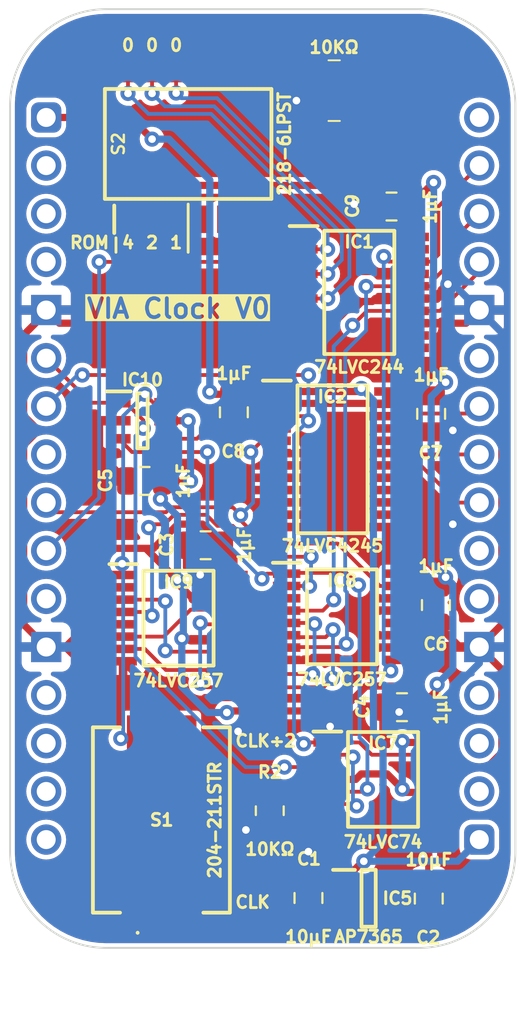
<source format=kicad_pcb>
(kicad_pcb (version 20221018) (generator pcbnew)
  (layers (0 "F.Cu" signal) (31 "B.Cu" signal) (34 "B.Paste" user) (36 "B.SilkS" user "B.Silkscreen") (37 "F.SilkS" user "F.Silkscreen") (38 "B.Mask" user) (39 "F.Mask" user) (44 "Edge.Cuts" user))
  (net 0 "")
  (net 6 "/~{Device ROM}")
  (net 17 "/ROM H2")
  (net 24 "/5V")
  (net 25 "/GND")
  (net 26 "/3.3V")
  (net 27 "/~{Reset}")
  (net 28 "/1~{Q}")
  (net 29 "/CLK")
  (net 30 "/CLK÷2")
  (net 31 "/Select CLK÷2")
  (net 32 "/VIA PHI2 _{OUT}")
  (net 33 "/ROM H1")
  (net 35 "/ROM H0")
  (net 39 "/H0")
  (net 40 "/H1")
  (net 41 "/H2")
  (net 42 "/VIA PHI2")
  (net 43 "/~{Device Registers}")
  (net 49 "/~{VIA Select} _{OUT}")
  (net 50 "/~{Reset} _{OUT}")
  (net 51 "/CLK÷2 Low H0")
  (net 52 "/CLK÷2 High H0")
  (net 53 "/CLK÷2 Low H1")
  (net 54 "/CLK÷2 High H1")
  (net 55 "/Select CLK÷2 High H0")
  (net 56 "/Select CLK H0")
  (net 57 "/Select CLK÷2 High H1")
  (net 58 "/Select CLK H1")
  (net 59 "/Select CLK÷2 Low H0")
  (net 60 "/Select CLK÷2 Low H1")
  (footprint "NetTie:NetTie-2_SMD_Pad0.5mm" (layer "F.Cu") (at 135.255 109.22)
    (fp_text reference "NT4" hide)
    (fp_text value "~" hide)
  )
  (footprint "SamacSys_Parts:SOP65P640X110-14N" (layer "F.Cu") (at 144.78 118.745)
    (fp_text reference "IC7")
    (fp_text value "74LVC74APW,118" hide)
  )
  (footprint "SamacSys_Parts:SOP65P640X110-20N" (layer "F.Cu") (at 143.527 93.05)
    (fp_text reference "IC1")
    (fp_text value "74LVC244APW,118" hide)
  )
  (footprint "NetTie:NetTie-2_SMD_Pad0.5mm" (layer "F.Cu") (at 135.128 111.379)
    (fp_text reference "NT3" hide)
    (fp_text value "~" hide)
  )
  (footprint "NetTie:NetTie-2_SMD_Pad0.5mm" (layer "F.Cu") (at 129.413 111.252)
    (fp_text reference "NT6" hide)
    (fp_text value "~" hide)
  )
  (footprint "SamacSys_Parts:C_0805" (layer "F.Cu") (at 147.57 109.53 180)
    (fp_text reference "C6")
    (fp_text value "1μF")
  )
  (footprint "SamacSys_Parts:SOT95P275X110-6N" (layer "F.Cu") (at 132.08 99.822)
    (fp_text reference "IC10")
    (fp_text value "74LVC1G157GV-Q100H" hide)
  )
  (footprint "SamacSys_Parts:C_0805" (layer "F.Cu") (at 132.207 102.997 90)
    (fp_text reference "C5")
    (fp_text value "1μF")
  )
  (footprint "SamacSys_Parts:R_0805" (layer "F.Cu") (at 138.811 120.396)
    (fp_text reference "R2")
    (fp_text value "10KΩ")
  )
  (footprint "SamacSys_Parts:C_0805" (layer "F.Cu") (at 145.243 88.519 90)
    (fp_text reference "C9")
    (fp_text value "1μF")
  )
  (footprint "SamacSys_Parts:C_0805" (layer "F.Cu") (at 147.193 125.018 180)
    (fp_text reference "C2")
    (fp_text value "10μF")
  )
  (footprint "SamacSys_Parts:C_0805" (layer "F.Cu") (at 147.32 99.441 180)
    (fp_text reference "C7")
    (fp_text value "1μF")
  )
  (footprint "SamacSys_Parts:DIP-32_Board_W22.86mm" (layer "F.Cu") (at 127 83.82)
    (fp_text reference "J3" hide)
    (fp_text value "Conn_02x16_Counter_Clockwise" hide)
    (fp_line (start -1.905 -0.635) (end -1.905 38.735) (stroke (width 0.1)) (layer "Edge.Cuts"))
    (fp_line (start 19.685 -5.715) (end 3.175 -5.715) (stroke (width 0.1)) (layer "Edge.Cuts"))
    (fp_line (start 19.685 43.815) (end 3.175 43.815) (stroke (width 0.1)) (layer "Edge.Cuts"))
    (fp_line (start 24.765 38.735) (end 24.765 -0.635) (stroke (width 0.1)) (layer "Edge.Cuts"))
    (fp_arc (start -1.905 -0.635) (mid -0.417102 -4.227102) (end 3.175 -5.715) (stroke (width 0.1)) (layer "Edge.Cuts"))
    (fp_arc (start 3.175 43.815) (mid -0.417102 42.327102) (end -1.905 38.735) (stroke (width 0.1)) (layer "Edge.Cuts"))
    (fp_arc (start 19.685 -5.715) (mid 23.277102 -4.227102) (end 24.765 -0.635) (stroke (width 0.1)) (layer "Edge.Cuts"))
    (fp_arc (start 24.765 38.735) (mid 23.277102 42.327102) (end 19.685 43.815) (stroke (width 0.1)) (layer "Edge.Cuts"))
  )
  (footprint "SamacSys_Parts:C_0805" (layer "F.Cu") (at 136.906 99.359 180)
    (fp_text reference "C8")
    (fp_text value "1μF")
  )
  (footprint "SamacSys_Parts:SOIC127P844X265-12N" (layer "F.Cu") (at 134.493 85.217 90)
    (fp_text reference "S2")
    (fp_text value "218-6LPST" hide)
  )
  (footprint "SamacSys_Parts:SOP65P640X110-24N" (layer "F.Cu") (at 142.113 101.854)
    (fp_text reference "IC2")
    (fp_text value "74LVC4245APW,118" hide)
  )
  (footprint "SamacSys_Parts:C_0805" (layer "F.Cu") (at 140.843 125.018)
    (fp_text reference "C1")
    (fp_text value "10μF")
  )
  (footprint "NetTie:NetTie-2_SMD_Pad0.5mm" (layer "F.Cu") (at 129.413 109.347)
    (fp_text reference "NT5" hide)
    (fp_text value "~" hide)
  )
  (footprint "SamacSys_Parts:C_0805" (layer "F.Cu") (at 135.431 106.39101 90)
    (fp_text reference "C3")
    (fp_text value "1μF")
  )
  (footprint "SamacSys_Parts:SOT95P285X130-5N" (layer "F.Cu") (at 144.018 125.018)
    (fp_text reference "IC5")
    (fp_text value "AP7365-33WG-7" hide)
  )
  (footprint "SamacSys_Parts:SOP65P640X110-16N" (layer "F.Cu") (at 133.985 110.236)
    (fp_text reference "IC9")
    (fp_text value "74LVC257APW,118" hide)
  )
  (footprint "SamacSys_Parts:C_0805" (layer "F.Cu") (at 145.796 114.935 90)
    (fp_text reference "C4")
    (fp_text value "1μF")
  )
  (footprint "SamacSys_Parts:SOP65P640X110-16N" (layer "F.Cu") (at 142.617 110.165)
    (fp_text reference "IC8")
    (fp_text value "74LVC257APW,118" hide)
  )
  (footprint "SamacSys_Parts:204211STR" (layer "F.Cu") (at 133.096 120.886)
    (fp_text reference "S1")
    (fp_text value "204-211STR" hide)
  )
  (footprint "NetTie:NetTie-2_SMD_Pad0.5mm" (layer "F.Cu") (at 129.413 110.49)
    (fp_text reference "NT2" hide)
    (fp_text value "~" hide)
  )
  (footprint "SamacSys_Parts:CAY16-J4" (layer "F.Cu") (at 142.23 82.404 180)
    (fp_text reference "RN1" hide)
    (fp_text value "CAY16-103J4LF" hide)
  )
  (footprint "NetTie:NetTie-2_SMD_Pad0.5mm" (layer "F.Cu") (at 129.413 108.585)
    (fp_text reference "NT1" hide)
    (fp_text value "~" hide)
  )
  (gr_line (start 134.493 90.932) (end 134.493 88.392) (stroke (width 0.15)) (layer "F.SilkS"))
  (gr_line (start 130.683 90.932) (end 130.683 90.17) (stroke (width 0.15)) (layer "F.SilkS"))
  (gr_text "CLK÷2" (at 136.906 116.713) (layer "F.SilkS") (effects (font (size 0.635 0.635)) (justify left)))
  (gr_text "2" (at 132.588 90.424) (layer "F.SilkS") (effects (font (size 0.635 0.635))))
  (gr_text "0" (at 131.318 80.01) (layer "F.SilkS") (effects (font (size 0.635 0.635))))
  (gr_text "1" (at 133.858 90.424) (layer "F.SilkS") (effects (font (size 0.635 0.635))))
  (gr_text "VIA Clock V0" (at 133.985 94.488) (layer "F.SilkS" knockout) (effects (font (size 1 1) (thickness 0.2) bold) (justify bottom)))
  (gr_text "0" (at 133.858 80.01) (layer "F.SilkS") (effects (font (size 0.635 0.635))))
  (gr_text "0" (at 132.588 80.01) (layer "F.SilkS") (effects (font (size 0.635 0.635))))
  (gr_text "4" (at 131.318 90.424) (layer "F.SilkS") (effects (font (size 0.635 0.635))))
  (gr_text "CLK" (at 136.906 125.222) (layer "F.SilkS") (effects (font (size 0.635 0.635)) (justify left)))
  (gr_text "ROM" (at 129.286 90.424) (layer "F.SilkS") (effects (font (size 0.635 0.635))))
  (segment (start 138.3365 91.44) (end 139.6515 90.125) (width 0.2) (layer "F.Cu") (net 6))
  (segment (start 129.794 91.44) (end 138.3365 91.44) (width 0.2) (layer "F.Cu") (net 6))
  (segment (start 139.6515 90.125) (end 140.589 90.125) (width 0.2) (layer "F.Cu") (net 6))
  (via (at 129.794 91.44) (size 0.8) (drill 0.4) (layers "F.Cu" "B.Cu") (net 6))
  (segment (start 129.794 103.886) (end 129.794 91.44) (width 0.2) (layer "B.Cu") (net 6))
  (segment (start 127 106.68) (end 129.794 103.886) (width 0.2) (layer "B.Cu") (net 6))
  (segment (start 141.85346 90.775) (end 141.853467 90.775007) (width 0.2) (layer "F.Cu") (net 17))
  (segment (start 131.318 80.391) (end 131.318 81.242) (width 0.2) (layer "F.Cu") (net 17))
  (segment (start 131.318 82.549994) (end 131.317994 82.55) (width 0.2) (layer "F.Cu") (net 17))
  (segment (start 143.701 82.804) (end 144.201 82.304) (width 0.2) (layer "F.Cu") (net 17))
  (segment (start 144.201 82.304) (end 144.201 80.513315) (width 0.2) (layer "F.Cu") (net 17))
  (segment (start 142.643686 78.956001) (end 132.752999 78.956001) (width 0.2) (layer "F.Cu") (net 17))
  (segment (start 140.589 90.775) (end 141.85346 90.775) (width 0.2) (layer "F.Cu") (net 17))
  (segment (start 144.201 80.513315) (end 142.643686 78.956001) (width 0.2) (layer "F.Cu") (net 17))
  (segment (start 132.752999 78.956001) (end 131.318 80.391) (width 0.2) (layer "F.Cu") (net 17))
  (segment (start 143.051 82.804) (end 143.701 82.804) (width 0.2) (layer "F.Cu") (net 17))
  (segment (start 131.318 81.242) (end 131.318 82.549994) (width 0.2) (layer "F.Cu") (net 17))
  (via (at 141.853467 90.775007) (size 0.8) (drill 0.4) (layers "F.Cu" "B.Cu") (net 17))
  (via (at 131.317994 82.55) (size 0.8) (drill 0.4) (layers "F.Cu" "B.Cu") (net 17))
  (segment (start 132.398994 83.631) (end 131.317994 82.55) (width 0.2) (layer "B.Cu") (net 17))
  (segment (start 141.853467 89.783467) (end 135.701 83.631) (width 0.2) (layer "B.Cu") (net 17))
  (segment (start 141.853467 90.775007) (end 141.853467 89.783467) (width 0.2) (layer "B.Cu") (net 17))
  (segment (start 135.701 83.631) (end 132.398994 83.631) (width 0.2) (layer "B.Cu") (net 17))
  (segment (start 142.718 125.968) (end 140.859 125.968) (width 0.38) (layer "F.Cu") (net 24))
  (segment (start 143.723008 123.062992) (end 143.764 123.062992) (width 0.38) (layer "F.Cu") (net 24))
  (segment (start 142.718 124.068) (end 143.673 124.068) (width 0.38) (layer "F.Cu") (net 24))
  (segment (start 143.673 124.068) (end 143.683 124.078) (width 0.38) (layer "F.Cu") (net 24))
  (segment (start 143.473 98.279) (end 143.637 98.115) (width 0.38) (layer "F.Cu") (net 24))
  (segment (start 137.052 98.279) (end 139.175 98.279) (width 0.38) (layer "F.Cu") (net 24))
  (segment (start 127 83.82) (end 131.445 83.82) (width 0.38) (layer "F.Cu") (net 24))
  (segment (start 135.763 98.425) (end 135.636 98.298) (width 0.38) (layer "F.Cu") (net 24))
  (segment (start 142.718 124.068) (end 143.723008 123.062992) (width 0.38) (layer "F.Cu") (net 24))
  (segment (start 131.445 83.82) (end 132.588 84.963) (width 0.38) (layer "F.Cu") (net 24))
  (segment (start 139.175 98.279) (end 143.473 98.279) (width 0.38) (layer "F.Cu") (net 24))
  (segment (start 143.423 125.968) (end 142.718 125.968) (width 0.38) (layer "F.Cu") (net 24))
  (segment (start 136.906 98.425) (end 135.763 98.425) (width 0.38) (layer "F.Cu") (net 24))
  (segment (start 143.683 125.708) (end 143.423 125.968) (width 0.38) (layer "F.Cu") (net 24))
  (segment (start 143.683 124.078) (end 143.683 125.708) (width 0.38) (layer "F.Cu") (net 24))
  (via (at 132.588 84.963) (size 0.8) (drill 0.4) (layers "F.Cu" "B.Cu") (net 24))
  (via (at 143.637 98.115) (size 0.8) (drill 0.4) (layers "F.Cu" "B.Cu") (net 24))
  (via (at 143.764 123.062992) (size 0.8) (drill 0.4) (layers "F.Cu" "B.Cu") (net 24))
  (via (at 135.636 98.298) (size 0.8) (drill 0.4) (layers "F.Cu" "B.Cu") (net 24))
  (segment (start 143.764008 123.063) (end 143.764 123.062992) (width 0.38) (layer "B.Cu") (net 24))
  (segment (start 135.636 87.122) (end 133.477 84.963) (width 0.38) (layer "B.Cu") (net 24))
  (segment (start 144.272 116.332) (end 144.272 98.75) (width 0.38) (layer "B.Cu") (net 24))
  (segment (start 149.86 121.92) (end 148.717 123.063) (width 0.38) (layer "B.Cu") (net 24))
  (segment (start 148.717 123.063) (end 143.764008 123.063) (width 0.38) (layer "B.Cu") (net 24))
  (segment (start 144.272 98.75) (end 143.637 98.115) (width 0.38) (layer "B.Cu") (net 24))
  (segment (start 143.764 123.062992) (end 144.78 122.046992) (width 0.38) (layer "B.Cu") (net 24))
  (segment (start 144.78 116.84) (end 144.272 116.332) (width 0.38) (layer "B.Cu") (net 24))
  (segment (start 135.636 98.298) (end 135.636 87.122) (width 0.38) (layer "B.Cu") (net 24))
  (segment (start 133.477 84.963) (end 132.588 84.963) (width 0.38) (layer "B.Cu") (net 24))
  (segment (start 144.78 122.046992) (end 144.78 116.84) (width 0.38) (layer "B.Cu") (net 24))
  (segment (start 145.542 109.84) (end 146.914 109.84) (width 0.38) (layer "F.Cu") (net 25))
  (segment (start 147.44305 93.375) (end 148.201462 92.616588) (width 0.38) (layer "F.Cu") (net 25))
  (segment (start 144.405249 111.79) (end 145.542 111.79) (width 0.38) (layer "F.Cu") (net 25))
  (segment (start 140.596848 112.394257) (end 142.748 112.394257) (width 0.38) (layer "F.Cu") (net 25))
  (segment (start 143.891 114.935) (end 142.875006 115.950994) (width 0.38) (layer "F.Cu") (net 25))
  (segment (start 140.334996 82.804) (end 140.207996 82.931) (width 0.38) (layer "F.Cu") (net 25))
  (segment (start 128.524 111.252) (end 128.523 111.251) (width 0.38) (layer "F.Cu") (net 25))
  (segment (start 139.175 105.429) (end 139.175 104.779) (width 0.38) (layer "F.Cu") (net 25))
  (segment (start 145.051 105.429) (end 148.317 105.429) (width 0.38) (layer "F.Cu") (net 25))
  (segment (start 129.825 99.822) (end 129.815 99.832) (width 0.38) (layer "F.Cu") (net 25))
  (segment (start 145.3725 94.675) (end 146.465 94.675) (width 0.38) (layer "F.Cu") (net 25))
  (segment (start 143.800992 112.394257) (end 144.405249 111.79) (width 0.38) (layer "F.Cu") (net 25))
  (segment (start 145.051 105.429) (end 143.764 105.429) (width 0.38) (layer "F.Cu") (net 25))
  (segment (start 130.83 99.822) (end 128.905 99.822) (width 0.38) (layer "F.Cu") (net 25))
  (segment (start 147.718 118.095) (end 150.287915 118.095) (width 0.38) (layer "F.Cu") (net 25))
  (segment (start 128.651 110.49) (end 128.523 110.362) (width 0.38) (layer "F.Cu") (net 25))
  (segment (start 146.465 94.675) (end 149.165 94.675) (width 0.38) (layer "F.Cu") (net 25))
  (segment (start 143.129 91.948) (end 143.129 91.313) (width 0.38) (layer "F.Cu") (net 25))
  (segment (start 147.193 125.984) (end 146.335 126.842) (width 0.38) (layer "F.Cu") (net 25))
  (segment (start 147.32 100.407) (end 148.385988 100.407) (width 0.38) (layer "F.Cu") (net 25))
  (segment (start 144.277 88.519) (end 143.383 88.519) (width 0.38) (layer "F.Cu") (net 25))
  (segment (start 143.002 92.075) (end 143.129 91.948) (width 0.38) (layer "F.Cu") (net 25))
  (segment (start 146.914 109.84) (end 147.57 110.496) (width 0.38) (layer "F.Cu") (net 25))
  (segment (start 145.6305 115.189) (end 145.084 115.189) (width 0.38) (layer "F.Cu") (net 25))
  (segment (start 138.069837 104.491958) (end 138.069837 104.543727) (width 0.38) (layer "F.Cu") (net 25))
  (segment (start 148.317 105.429) (end 148.462988 105.283012) (width 0.38) (layer "F.Cu") (net 25))
  (segment (start 141.351 82.804) (end 140.334996 82.804) (width 0.38) (layer "F.Cu") (net 25))
  (segment (start 127 111.76) (end 125.81 110.57) (width 0.38) (layer "F.Cu") (net 25))
  (segment (start 135.00843 114.808) (end 133.357 114.808) (width 0.38) (layer "F.Cu") (net 25))
  (segment (start 128.524 109.474) (end 128.524 109.347) (width 0.38) (layer "F.Cu") (net 25))
  (segment (start 144.0725 95.975) (end 145.3725 94.675) (width 0.38) (layer "F.Cu") (net 25))
  (segment (start 140.589 95.975) (end 140.589 95.325) (width 0.38) (layer "F.Cu") (net 25))
  (segment (start 127.695 94.675) (end 127 93.98) (width 0.38) (layer "F.Cu") (net 25))
  (segment (start 148.834 111.76) (end 147.57 110.496) (width 0.38) (layer "F.Cu") (net 25))
  (segment (start 128.016 111.76) (end 128.767 112.511) (width 0.38) (layer "F.Cu") (net 25))
  (segment (start 145.3475 92.075) (end 146.465 92.075) (width 0.38) (layer "F.Cu") (net 25))
  (segment (start 136.043 108.611) (end 136.91 108.611) (width 0.38) (layer "F.Cu") (net 25))
  (segment (start 125.81 110.57) (end 125.81 101.107085) (width 0.38) (layer "F.Cu") (net 25))
  (segment (start 141.842 121.556) (end 140.843 122.555) (width 0.38) (layer "F.Cu") (net 25))
  (segment (start 143.312 93.528) (end 143.002 93.218) (width 0.38) (layer "F.Cu") (net 25))
  (segment (start 142.295893 114.427) (end 135.38943 114.427) (width 0.38) (layer "F.Cu") (net 25))
  (segment (start 138.069837 104.543727) (end 138.30511 104.779) (width 0.38) (layer "F.Cu") (net 25))
  (segment (start 126.587085 100.33) (end 125.81 99.552915) (width 0.38) (layer "F.Cu") (net 25))
  (segment (start 138.30511 104.779) (end 139.175 104.779) (width 0.38) (layer "F.Cu") (net 25))
  (segment (start 148.385988 100.407) (end 148.462988 100.33) (width 0.38) (layer "F.Cu") (net 25))
  (segment (start 128.524 111.252) (end 128.016 111.76) (width 0.38) (layer "F.Cu") (net 25))
  (segment (start 143.764 105.429) (end 139.175 105.429) (width 0.38) (layer "F.Cu") (net 25))
  (segment (start 142.748 112.394257) (end 142.928117 112.574374) (width 0.38) (layer "F.Cu") (net 25))
  (segment (start 128.397 100.33) (end 126.587085 100.33) (width 0.38) (layer "F.Cu") (net 25))
  (segment (start 140.102903 126.842) (end 139.7 126.439097) (width 0.38) (layer "F.Cu") (net 25))
  (segment (start 128.767 112.511) (end 131.06 112.511) (width 0.38) (layer "F.Cu") (net 25))
  (segment (start 149.165 94.675) (end 149.86 93.98) (width 0.38) (layer "F.Cu") (net 25))
  (segment (start 129.815 101.571) (end 131.241 102.997) (width 0.38) (layer "F.Cu") (net 25))
  (segment (start 125.81 99.552915) (end 125.81 95.297) (width 0.38) (layer "F.Cu") (net 25))
  (segment (start 145.2205 91.948) (end 145.3475 92.075) (width 0.38) (layer "F.Cu") (net 25))
  (segment (start 141.986006 115.950994) (end 137.388999 115.950994) (width 0.38) (layer "F.Cu") (net 25))
  (segment (start 139.692 112.44) (end 140.551105 112.44) (width 0.38) (layer "F.Cu") (net 25))
  (segment (start 140.589 94.675) (end 127.695 94.675) (width 0.38) (layer "F.Cu") (net 25))
  (segment (start 142.928117 112.574374) (end 142.928117 113.794776) (width 0.38) (layer "F.Cu") (net 25))
  (segment (start 142.165 94.675) (end 143.312 93.528) (width 0.38) (layer "F.Cu") (net 25))
  (segment (start 128.524 109.347) (end 128.913 109.347) (width 0.38) (layer "F.Cu") (net 25))
  (segment (start 141.351 82.004) (end 141.351 81.204) (width 0.38) (layer "F.Cu") (net 25))
  (segment (start 136.411928 116.211498) (end 135.00843 114.808) (width 0.38) (layer "F.Cu") (net 25))
  (segment (start 133.357 114.808) (end 131.06 112.511) (width 0.38) (layer "F.Cu") (net 25))
  (segment (start 151.05 117.332915) (end 151.05 115.49) (width 0.38) (layer "F.Cu") (net 25))
  (segment (start 145.051 99.579) (end 143.9335 99.579) (width 0.38) (layer "F.Cu") (net 25))
  (segment (start 135.38943 114.427) (end 135.00843 114.808) (width 0.38) (layer "F.Cu") (net 25))
  (segment (start 151.05 112.95) (end 151.05 115.49) (width 0.38) (layer "F.Cu") (net 25))
  (segment (start 146.276 111.79) (end 145.542 111.79) (width 0.38) (layer "F.Cu") (net 25))
  (segment (start 149.86 111.76) (end 151.05 112.95) (width 0.38) (layer "F.Cu") (net 25))
  (segment (start 146.465 93.375) (end 147.44305 93.375) (width 0.38) (layer "F.Cu") (net 25))
  (segment (start 140.843 124.052) (end 140.843 122.555) (width 0.38) (layer "F.Cu") (net 25))
  (segment (start 140.589 95.975) (end 144.0725 95.975) (width 0.38) (layer "F.Cu") (net 25))
  (segment (start 135.128 107.95) (end 135.382 107.95) (width 0.38) (layer "F.Cu") (net 25))
  (segment (start 134.465 106.39101) (end 134.465 107.271) (width 0.38) (layer "F.Cu") (net 25))
  (segment (start 144.365244 93.375) (end 144.212244 93.528) (width 0.38) (layer "F.Cu") (net 25))
  (segment (start 140.589 94.675) (end 142.165 94.675) (width 0.38) (layer "F.Cu") (net 25))
  (segment (start 125.81 101.107085) (end 126.587085 100.33) (width 0.38) (layer "F.Cu") (net 25))
  (segment (start 143.129 91.948) (end 145.2205 91.948) (width 0.38) (layer "F.Cu") (net 25))
  (segment (start 143.002 93.218) (end 143.002 92.075) (width 0.38) (layer "F.Cu") (net 25))
  (segment (start 142.928117 113.794776) (end 142.295893 114.427) (width 0.38) (layer "F.Cu") (net 25))
  (segment (start 146.335 126.842) (end 140.102903 126.842) (width 0.38) (layer "F.Cu") (net 25))
  (segment (start 149.86 111.76) (end 148.834 111.76) (width 0.38) (layer "F.Cu") (net 25))
  (segment (start 135.382 107.95) (end 136.043 108.611) (width 0.38) (layer "F.Cu") (net 25))
  (segment (start 143.129 91.313) (end 144.277 90.165) (width 0.38) (layer "F.Cu") (net 25))
  (segment (start 128.523 111.251) (end 128.523 110.49) (width 0.38) (layer "F.Cu") (net 25))
  (segment (start 140.551105 112.44) (end 140.596848 112.394257) (width 0.38) (layer "F.Cu") (net 25))
  (segment (start 128.913 110.49) (end 128.651 110.49) (width 0.38) (layer "F.Cu") (net 25))
  (segment (start 147.57 110.496) (end 146.276 111.79) (width 0.38) (layer "F.Cu") (net 25))
  (segment (start 139.7 126.439097) (end 139.7 125.195) (width 0.38) (layer "F.Cu") (net 25))
  (segment (start 143.9335 99.579) (end 143.764 99.7485) (width 0.38) (layer "F.Cu") (net 25))
  (segment (start 144.212244 93.528) (end 143.312 93.528) (width 0.38) (layer "F.Cu") (net 25))
  (segment (start 142.875006 115.950994) (end 141.986006 115.950994) (width 0.38) (layer "F.Cu") (net 25))
  (segment (start 137.388999 115.950994) (end 137.128495 116.211498) (width 0.38) (layer "F.Cu") (net 25))
  (segment (start 128.016 111.76) (end 127 111.76) (width 0.38) (layer "F.Cu") (net 25))
  (segment (start 142.748 112.394257) (end 143.800992 112.394257) (width 0.38) (layer "F.Cu") (net 25))
  (segment (start 150.287915 118.095) (end 151.05 117.332915) (width 0.38) (layer "F.Cu") (net 25))
  (segment (start 149.86 93.98) (end 151.05 95.17) (width 0.38) (layer "F.Cu") (net 25))
  (segment (start 139.7 125.195) (end 140.843 124.052) (width 0.38) (layer "F.Cu") (net 25))
  (segment (start 141.842 120.695) (end 141.842 121.556) (width 0.38) (layer "F.Cu") (net 25))
  (segment (start 147.718 118.095) (end 147.718 118.745) (width 0.38) (layer "F.Cu") (net 25))
  (segment (start 140.589 95.325) (end 140.589 94.675) (width 0.38) (layer "F.Cu") (net 25))
  (segment (start 144.83 114.935) (end 143.891 114.935) (width 0.38) (layer "F.Cu") (net 25))
  (segment (start 137.005 100.424) (end 137.005 103.427121) (width 0.38) (layer "F.Cu") (net 25))
  (segment (start 143.764 99.7485) (end 143.764 105.429) (width 0.38) (layer "F.Cu") (net 25))
  (segment (start 144.277 90.165) (end 144.277 88.519) (width 0.38) (layer "F.Cu") (net 25))
  (segment (start 137.541 121.412) (end 138.6975 121.412) (width 0.38) (layer "F.Cu") (net 25))
  (segment (start 135.128 107.934) (end 135.128 107.95) (width 0.38) (layer "F.Cu") (net 25))
  (segment (start 146.465 93.375) (end 144.365244 93.375) (width 0.38) (layer "F.Cu") (net 25))
  (segment (start 128.913 111.252) (end 128.524 111.252) (width 0.38) (layer "F.Cu") (net 25))
  (segment (start 143.383 88.519) (end 143.256 88.392) (width 0.38) (layer "F.Cu") (net 25))
  (segment (start 151.05 95.17) (end 151.05 110.57) (width 0.38) (layer "F.Cu") (net 25))
  (segment (start 129.815 99.832) (end 129.815 101.571) (width 0.38) (layer "F.Cu") (net 25))
  (segment (start 130.83 99.822) (end 129.825 99.822) (width 0.38) (layer "F.Cu") (net 25))
  (segment (start 141.809 125.018) (end 140.843 124.052) (width 0.38) (layer "F.Cu") (net 25))
  (segment (start 151.05 110.57) (end 149.86 111.76) (width 0.38) (layer "F.Cu") (net 25))
  (segment (start 128.523 110.362) (end 128.523 109.474) (width 0.38) (layer "F.Cu") (net 25))
  (segment (start 137.005 103.427121) (end 138.069837 104.491958) (width 0.38) (layer "F.Cu") (net 25))
  (segment (start 141.351 82.804) (end 141.351 82.004) (width 0.38) (layer "F.Cu") (net 25))
  (segment (start 128.523 110.49) (end 128.523 110.362) (width 0.38) (layer "F.Cu") (net 25))
  (segment (start 142.718 125.018) (end 141.809 125.018) (width 0.38) (layer "F.Cu") (net 25))
  (segment (start 125.81 95.297) (end 127 94.107) (width 0.38) (layer "F.Cu") (net 25))
  (segment (start 137.128495 116.211498) (end 136.411928 116.211498) (width 0.38) (layer "F.Cu") (net 25))
  (segment (start 134.465 107.271) (end 135.128 107.934) (width 0.38) (layer "F.Cu") (net 25))
  (segment (start 145.542 109.84) (end 145.542 109.19) (width 0.38) (layer "F.Cu") (net 25))
  (segment (start 128.905 99.822) (end 128.397 100.33) (width 0.38) (layer "F.Cu") (net 25))
  (via (at 145.6305 115.189) (size 0.8) (drill 0.4) (layers "F.Cu" "B.Cu") (net 25))
  (via (at 143.256 88.392) (size 0.8) (drill 0.4) (layers "F.Cu" "B.Cu") (net 25))
  (via (at 148.201462 92.616588) (size 0.8) (drill 0.4) (layers "F.Cu" "B.Cu") (net 25))
  (via (at 140.843 122.555) (size 0.8) (drill 0.4) (layers "F.Cu" "B.Cu") (net 25))
  (via (at 141.986006 115.950994) (size 0.8) (drill 0.4) (layers "F.Cu" "B.Cu") (net 25))
  (via (at 140.207996 82.931) (size 0.8) (drill 0.4) (layers "F.Cu" "B.Cu") (net 25))
  (via (at 137.128495 116.211498) (size 0.8) (drill 0.4) (layers "F.Cu" "B.Cu") (net 25))
  (via (at 137.541 121.412) (size 0.8) (drill 0.4) (layers "F.Cu" "B.Cu") (net 25))
  (via (at 135.128 107.95) (size 0.8) (drill 0.4) (layers "F.Cu" "B.Cu") (net 25))
  (via (at 148.462988 100.33) (size 0.8) (drill 0.4) (layers "F.Cu" "B.Cu") (net 25))
  (via (at 148.462988 105.283012) (size 0.8) (drill 0.4) (layers "F.Cu" "B.Cu") (net 25))
  (segment (start 148.462988 100.33) (end 148.462988 105.283012) (width 0.38) (layer "B.Cu") (net 25))
  (segment (start 135.128 107.95) (end 137.349252 110.171252) (width 0.38) (layer "B.Cu") (net 25))
  (segment (start 151.05 99.552915) (end 150.272915 100.33) (width 0.38) (layer "B.Cu") (net 25))
  (segment (start 140.843 122.555) (end 142.367 121.031) (width 0.38) (layer "B.Cu") (net 25))
  (segment (start 148.496588 92.616588) (end 148.201462 92.616588) (width 0.38) (layer "B.Cu") (net 25))
  (segment (start 138.684 122.555) (end 137.541 121.412) (width 0.38) (layer "B.Cu") (net 25))
  (segment (start 142.367 116.331988) (end 141.986006 115.950994) (width 0.38) (layer "B.Cu") (net 25))
  (segment (start 147.288085 115.189) (end 149.86 112.617085) (width 0.38) (layer "B.Cu") (net 25))
  (segment (start 142.367 121.031) (end 142.367 116.331988) (width 0.38) (layer "B.Cu") (net 25))
  (segment (start 149.86 112.617085) (end 149.86 111.76) (width 0.38) (layer "B.Cu") (net 25))
  (segment (start 137.349252 110.171252) (end 137.349252 115.990741) (width 0.38) (layer "B.Cu") (net 25))
  (segment (start 140.207996 85.343996) (end 140.207996 82.931) (width 0.38) (layer "B.Cu") (net 25))
  (segment (start 145.6305 115.189) (end 147.288085 115.189) (width 0.38) (layer "B.Cu") (net 25))
  (segment (start 143.256 88.392) (end 140.207996 85.343996) (width 0.38) (layer "B.Cu") (net 25))
  (segment (start 140.843 122.555) (end 138.684 122.555) (width 0.38) (layer "B.Cu") (net 25))
  (segment (start 150.272915 100.33) (end 148.462988 100.33) (width 0.38) (layer "B.Cu") (net 25))
  (segment (start 151.05 95.17) (end 151.05 99.552915) (width 0.38) (layer "B.Cu") (net 25))
  (segment (start 149.86 93.98) (end 148.496588 92.616588) (width 0.38) (layer "B.Cu") (net 25))
  (segment (start 149.86 93.98) (end 151.05 95.17) (width 0.38) (layer "B.Cu") (net 25))
  (segment (start 137.349252 115.990741) (end 137.128495 116.211498) (width 0.38) (layer "B.Cu") (net 25))
  (segment (start 134.628 111.379) (end 134.231596 111.379) (width 0.38) (layer "F.Cu") (net 26))
  (segment (start 147.193 124.084) (end 147.193 122.174) (width 0.38) (layer "F.Cu") (net 26))
  (segment (start 144.999599 118.456599) (end 145.796 119.253) (width 0.38) (layer "F.Cu") (net 26))
  (segment (start 143.339636 118.745) (end 143.628037 118.456599) (width 0.38) (layer "F.Cu") (net 26))
  (segment (start 128.913 108.585) (end 128.913 107.688) (width 0.38) (layer "F.Cu") (net 26))
  (segment (start 146.6255 119.395) (end 147.718 119.395) (width 0.38) (layer "F.Cu") (net 26))
  (segment (start 134.231596 111.379) (end 134.15863 111.306034) (width 0.38) (layer "F.Cu") (net 26))
  (segment (start 146.5905 119.43) (end 145.973 119.43) (width 0.38) (layer "F.Cu") (net 26))
  (segment (start 133.141 102.997) (end 133.141 103.836312) (width 0.38) (layer "F.Cu") (net 26))
  (segment (start 145.973 119.43) (end 145.796 119.253) (width 0.38) (layer "F.Cu") (net 26))
  (segment (start 133.141 102.997) (end 134.62 102.997) (width 0.38) (layer "F.Cu") (net 26))
  (segment (start 146.465 90.125) (end 146.465 90.775) (width 0.38) (layer "F.Cu") (net 26))
  (segment (start 139.891 121.856) (end 136.561 125.186) (width 0.38) (layer "F.Cu") (net 26))
  (segment (start 140.7245 118.745) (end 139.891 119.5785) (width 0.38) (layer "F.Cu") (net 26))
  (segment (start 130.048 106.553) (end 132.252232 106.553) (width 0.38) (layer "F.Cu") (net 26))
  (segment (start 147.57 108.596) (end 148.082 108.084) (width 0.38) (layer "F.Cu") (net 26))
  (segment (start 135.25 105.27601) (end 133.949903 105.27601) (width 0.38) (layer "F.Cu") (net 26))
  (segment (start 146.177 88.519) (end 145.062 87.404) (width 0.38) (layer "F.Cu") (net 26))
  (segment (start 147.32 98.507) (end 148.036996 97.790004) (width 0.38) (layer "F.Cu") (net 26))
  (segment (start 146.177 88.519) (end 147.447 87.249) (width 0.38) (layer "F.Cu") (net 26))
  (segment (start 141.842 118.745) (end 140.7245 118.745) (width 0.38) (layer "F.Cu") (net 26))
  (segment (start 146.539 98.279) (end 145.051 98.279) (width 0.38) (layer "F.Cu") (net 26))
  (segment (start 146.864 107.89) (end 145.542 107.89) (width 0.38) (layer "F.Cu") (net 26))
  (segment (start 133.93029 108.39529) (end 133.93029 108.231058) (width 0.38) (layer "F.Cu") (net 26))
  (segment (start 139.199 98.905) (end 145.027 98.905) (width 0.38) (layer "F.Cu") (net 26))
  (segment (start 131.826 125.186) (end 134.366 125.186) (width 0.38) (layer "F.Cu") (net 26))
  (segment (start 128.913 107.688) (end 130.048 106.553) (width 0.38) (layer "F.Cu") (net 26))
  (segment (start 146.73 115.488) (end 147.718 116.476) (width 0.38) (layer "F.Cu") (net 26))
  (segment (start 146.767 98.507) (end 146.539 98.279) (width 0.38) (layer "F.Cu") (net 26))
  (segment (start 148.036996 97.790004) (end 148.081996 97.790004) (width 0.38) (layer "F.Cu") (net 26))
  (segment (start 132.672913 106.553) (end 132.252232 106.553) (width 0.38) (layer "F.Cu") (net 26))
  (segment (start 136.617656 115.134003) (end 136.534659 115.217) (width 0.38) (layer "F.Cu") (net 26))
  (segment (start 139.891 119.5785) (end 139.891 121.856) (width 0.38) (layer "F.Cu") (net 26))
  (segment (start 134.541 87.404) (end 133.858 88.087) (width 0.38) (layer "F.Cu") (net 26))
  (segment (start 133.949903 105.27601) (end 132.672913 106.553) (width 0.38) (layer "F.Cu") (net 26))
  (segment (start 132.588 89.192) (end 133.858 89.192) (width 0.38) (layer "F.Cu") (net 26))
  (segment (start 147.32 98.507) (end 146.767 98.507) (width 0.38) (layer "F.Cu") (net 26))
  (segment (start 147.193 122.174) (end 146.5905 121.5715) (width 0.38) (layer "F.Cu") (net 26))
  (segment (start 146.73 114.935) (end 147.634428 114.030572) (width 0.38) (layer "F.Cu") (net 26))
  (segment (start 146.73 114.935) (end 146.73 115.488) (width 0.38) (layer "F.Cu") (net 26))
  (segment (start 146.5905 121.5715) (end 146.5905 119.43) (width 0.38) (layer "F.Cu") (net 26))
  (segment (start 147.718 116.795) (end 145.846 116.795) (width 0.38) (layer "F.Cu") (net 26))
  (segment (start 143.628037 118.456599) (end 144.999599 118.456599) (width 0.38) (layer "F.Cu") (net 26))
  (segment (start 136.365 106.39101) (end 135.25 105.27601) (width 0.38) (layer "F.Cu") (net 26))
  (segment (start 146.177 88.519) (end 146.177 89.837) (width 0.38) (layer "F.Cu") (net 26))
  (segment (start 141.842 118.745) (end 143.339636 118.745) (width 0.38) (layer "F.Cu") (net 26))
  (segment (start 143.892122 113.82) (end 142.578119 115.134003) (width 0.38) (layer "F.Cu") (net 26))
  (segment (start 145.615 113.82) (end 143.892122 113.82) (width 0.38) (layer "F.Cu") (net 26))
  (segment (start 146.177 89.837) (end 146.465 90.125) (width 0.38) (layer "F.Cu") (net 26))
  (segment (start 132.252232 106.553) (end 133.93029 108.231058) (width 0.38) (layer "F.Cu") (net 26))
  (segment (start 133.858 88.087) (end 133.858 89.192) (width 0.38) (layer "F.Cu") (net 26))
  (segment (start 147.57 108.596) (end 146.864 107.89) (width 0.38) (layer "F.Cu") (net 26))
  (segment (start 131.318 89.192) (end 132.588 89.192) (width 0.38) (layer "F.Cu") (net 26))
  (segment (start 134.755 109.22) (end 133.93029 108.39529) (width 0.38) (layer "F.Cu") (net 26))
  (segment (start 145.846 116.795) (end 145.796 116.745) (width 0.38) (layer "F.Cu") (net 26))
  (segment (start 136.91 107.961) (end 136.91 106.93601) (width 0.38) (layer "F.Cu") (net 26))
  (segment (start 147.718 116.476) (end 147.718 116.795) (width 0.38) (layer "F.Cu") (net 26))
  (segment (start 145.318 124.068) (end 147.177 124.068) (width 0.38) (layer "F.Cu") (net 26))
  (segment (start 142.578119 115.134003) (end 136.617656 115.134003) (width 0.38) (layer "F.Cu") (net 26))
  (segment (start 148.082 108.084) (end 148.082 108.077) (width 0.38) (layer "F.Cu") (net 26))
  (segment (start 136.561 125.186) (end 134.366 125.186) (width 0.38) (layer "F.Cu") (net 26))
  (segment (start 145.051 98.279) (end 145.051 98.929) (width 0.38) (layer "F.Cu") (net 26))
  (segment (start 146.73 114.935) (end 145.615 113.82) (width 0.38) (layer "F.Cu") (net 26))
  (segment (start 136.91 106.93601) (end 136.365 106.39101) (width 0.38) (layer "F.Cu") (net 26))
  (segment (start 146.5905 119.43) (end 146.6255 119.395) (width 0.38) (layer "F.Cu") (net 26))
  (segment (start 134.493 99.822) (end 133.33 99.822) (width 0.38) (layer "F.Cu") (net 26))
  (segment (start 145.062 87.404) (end 134.541 87.404) (width 0.38) (layer "F.Cu") (net 26))
  (segment (start 147.634428 114.030572) (end 147.634428 113.725428) (width 0.38) (layer "F.Cu") (net 26))
  (segment (start 133.141 103.836312) (end 133.030157 103.947155) (width 0.38) (layer "F.Cu") (net 26))
  (via (at 134.15863 111.306034) (size 0.8) (drill 0.4) (layers "F.Cu" "B.Cu") (net 26))
  (via (at 145.796 119.253) (size 0.8) (drill 0.4) (layers "F.Cu" "B.Cu") (net 26))
  (via (at 136.534659 115.217) (size 0.8) (drill 0.4) (layers "F.Cu" "B.Cu") (net 26))
  (via (at 133.93029 108.231058) (size 0.8) (drill 0.4) (layers "F.Cu" "B.Cu") (net 26))
  (via (at 147.447 87.249) (size 0.8) (drill 0.4) (layers "F.Cu" "B.Cu") (net 26))
  (via (at 134.62 102.997) (size 0.8) (drill 0.4) (layers "F.Cu" "B.Cu") (net 26))
  (via (at 145.796 116.745) (size 0.8) (drill 0.4) (layers "F.Cu" "B.Cu") (net 26))
  (via (at 148.082 108.077) (size 0.8) (drill 0.4) (layers "F.Cu" "B.Cu") (net 26))
  (via (at 148.081996 97.790004) (size 0.8) (drill 0.4) (layers "F.Cu" "B.Cu") (net 26))
  (via (at 134.493 99.822) (size 0.8) (drill 0.4) (layers "F.Cu" "B.Cu") (net 26))
  (via (at 133.030157 103.947155) (size 0.8) (drill 0.4) (layers "F.Cu" "B.Cu") (net 26))
  (via (at 147.634428 113.725428) (size 0.8) (drill 0.4) (layers "F.Cu" "B.Cu") (net 26))
  (segment (start 134.239 108.539768) (end 134.239 111.225664) (width 0.38) (layer "B.Cu") (net 26))
  (segment (start 148.463 112.896856) (end 147.634428 113.725428) (width 0.38) (layer "B.Cu") (net 26))
  (segment (start 147.32 107.315) (end 148.082 108.077) (width 0.38) (layer "B.Cu") (net 26))
  (segment (start 147.447 92.253821) (end 147.411462 92.289359) (width 0.38) (layer "B.Cu") (net 26))
  (segment (start 134.15863 111.306034) (end 134.15863 113.858179) (width 0.38) (layer "B.Cu") (net 26))
  (segment (start 135.517451 115.217) (end 136.534659 115.217) (width 0.38) (layer "B.Cu") (net 26))
  (segment (start 148.082 108.077) (end 148.463 108.458) (width 0.38) (layer "B.Cu") (net 26))
  (segment (start 147.32 98.552) (end 147.32 107.315) (width 0.38) (layer "B.Cu") (net 26))
  (segment (start 134.15863 113.858179) (end 135.517451 115.217) (width 0.38) (layer "B.Cu") (net 26))
  (segment (start 133.93029 108.231058) (end 134.239 108.539768) (width 0.38) (layer "B.Cu") (net 26))
  (segment (start 133.93029 104.847288) (end 133.030157 103.947155) (width 0.38) (layer "B.Cu") (net 26))
  (segment (start 147.411462 97.11947) (end 148.081996 97.790004) (width 0.38) (layer "B.Cu") (net 26))
  (segment (start 148.463 108.458) (end 148.463 112.896856) (width 0.38) (layer "B.Cu") (net 26))
  (segment (start 148.081996 97.790004) (end 147.32 98.552) (width 0.38) (layer "B.Cu") (net 26))
  (segment (start 134.62 102.997) (end 134.62 99.949) (width 0.38) (layer "B.Cu") (net 26))
  (segment (start 147.447 87.249) (end 147.447 92.253821) (width 0.38) (layer "B.Cu") (net 26))
  (segment (start 133.93029 108.231058) (end 133.93029 104.847288) (width 0.38) (layer "B.Cu") (net 26))
  (segment (start 145.796 119.253) (end 145.796 116.745) (width 0.38) (layer "B.Cu") (net 26))
  (segment (start 147.411462 92.289359) (end 147.411462 97.11947) (width 0.38) (layer "B.Cu") (net 26))
  (segment (start 134.239 111.225664) (end 134.15863 111.306034) (width 0.38) (layer "B.Cu") (net 26))
  (segment (start 134.62 99.949) (end 134.493 99.822) (width 0.38) (layer "B.Cu") (net 26))
  (segment (start 140.662 116.795) (end 140.589 116.868) (width 0.2) (layer "F.Cu") (net 27))
  (segment (start 143.537107 116.795) (end 144.187107 117.445) (width 0.2) (layer "F.Cu") (net 27))
  (segment (start 141.842 116.795) (end 143.537107 116.795) (width 0.2) (layer "F.Cu") (net 27))
  (segment (start 144.187107 117.445) (end 147.718 117.445) (width 0.2) (layer "F.Cu") (net 27))
  (segment (start 140.843 97.409) (end 128.905005 97.409) (width 0.2) (layer "F.Cu") (net 27))
  (segment (start 128.905005 97.409) (end 128.904995 97.40899) (width 0.2) (layer "F.Cu") (net 27))
  (segment (start 140.6 99.579) (end 140.843 99.822) (width 0.2) (layer "F.Cu") (net 27))
  (segment (start 141.842 116.795) (end 140.662 116.795) (width 0.2) (layer "F.Cu") (net 27))
  (segment (start 139.175 99.579) (end 140.6 99.579) (width 0.2) (layer "F.Cu") (net 27))
  (via (at 140.843 97.409) (size 0.8) (drill 0.4) (layers "F.Cu" "B.Cu") (net 27))
  (via (at 140.843 99.822) (size 0.8) (drill 0.4) (layers "F.Cu" "B.Cu") (net 27))
  (via (at 128.904995 97.40899) (size 0.8) (drill 0.4) (layers "F.Cu" "B.Cu") (net 27))
  (via (at 140.589 116.868) (size 0.8) (drill 0.4) (layers "F.Cu" "B.Cu") (net 27))
  (segment (start 140.081 100.584) (end 140.081 116.36) (width 0.2) (layer "B.Cu") (net 27))
  (segment (start 140.843 99.822) (end 140.081 100.584) (width 0.2) (layer "B.Cu") (net 27))
  (segment (start 128.65101 97.40899) (end 128.904995 97.40899) (width 0.2) (layer "B.Cu") (net 27))
  (segment (start 140.843 97.409) (end 140.843 99.822) (width 0.2) (layer "B.Cu") (net 27))
  (segment (start 140.081 116.36) (end 140.589 116.868) (width 0.2) (layer "B.Cu") (net 27))
  (segment (start 127 99.06) (end 128.65101 97.40899) (width 0.2) (layer "B.Cu") (net 27))
  (segment (start 141.842 120.045) (end 143.286 120.045) (width 0.2) (layer "F.Cu") (net 28))
  (segment (start 141.842 117.445) (end 143.066392 117.445) (width 0.2) (layer "F.Cu") (net 28))
  (segment (start 143.066392 117.445) (end 143.191 117.569608) (width 0.2) (layer "F.Cu") (net 28))
  (segment (start 143.286 120.045) (end 143.383 120.142) (width 0.2) (layer "F.Cu") (net 28))
  (via (at 143.191 117.569608) (size 0.8) (drill 0.4) (layers "F.Cu" "B.Cu") (net 28))
  (via (at 143.383 120.142) (size 0.8) (drill 0.4) (layers "F.Cu" "B.Cu") (net 28))
  (segment (start 143.191 119.95) (end 143.383 120.142) (width 0.2) (layer "B.Cu") (net 28))
  (segment (start 143.191 117.569608) (end 143.191 119.95) (width 0.2) (layer "B.Cu") (net 28))
  (segment (start 129.352 98.872) (end 130.83 98.872) (width 0.2) (layer "F.Cu") (net 29))
  (segment (start 141.842 118.095) (end 139.573 118.095) (width 0.2) (layer "F.Cu") (net 29))
  (segment (start 127 96.52) (end 129.352 98.872) (width 0.2) (layer "F.Cu") (net 29))
  (segment (start 131.205 98.872) (end 132.123516 99.790516) (width 0.2) (layer "F.Cu") (net 29))
  (segment (start 132.123516 99.790516) (end 132.123516 100.217868) (width 0.2) (layer "F.Cu") (net 29))
  (via (at 139.573 118.095) (size 0.8) (drill 0.4) (layers "F.Cu" "B.Cu") (net 29))
  (via (at 132.123516 100.217868) (size 0.8) (drill 0.4) (layers "F.Cu" "B.Cu") (net 29))
  (segment (start 131.710385 100.630999) (end 131.710385 112.279385) (width 0.2) (layer "B.Cu") (net 29))
  (segment (start 132.123516 100.217868) (end 131.710385 100.630999) (width 0.2) (layer "B.Cu") (net 29))
  (segment (start 131.710385 112.279385) (end 137.526 118.095) (width 0.2) (layer "B.Cu") (net 29))
  (segment (start 137.526 118.095) (end 139.573 118.095) (width 0.2) (layer "B.Cu") (net 29))
  (segment (start 138.656666 107.89) (end 138.38833 108.158336) (width 0.2) (layer "F.Cu") (net 30))
  (segment (start 131.531 101.473) (end 135.509 101.473) (width 0.2) (layer "F.Cu") (net 30))
  (segment (start 142.839424 107.848374) (end 143.482 108.49095) (width 0.2) (layer "F.Cu") (net 30))
  (segment (start 143.806865 119.395) (end 143.955266 119.246599) (width 0.2) (layer "F.Cu") (net 30))
  (segment (start 139.692 107.89) (end 138.656666 107.89) (width 0.2) (layer "F.Cu") (net 30))
  (segment (start 130.83 100.772) (end 131.531 101.473) (width 0.2) (layer "F.Cu") (net 30))
  (segment (start 141.842 119.395) (end 143.806865 119.395) (width 0.2) (layer "F.Cu") (net 30))
  (segment (start 139.733626 107.848374) (end 142.839424 107.848374) (width 0.2) (layer "F.Cu") (net 30))
  (via (at 138.38833 108.158336) (size 0.8) (drill 0.4) (layers "F.Cu" "B.Cu") (net 30))
  (via (at 143.955266 119.246599) (size 0.8) (drill 0.4) (layers "F.Cu" "B.Cu") (net 30))
  (via (at 135.509 101.473) (size 0.8) (drill 0.4) (layers "F.Cu" "B.Cu") (net 30))
  (via (at 143.482 108.49095) (size 0.8) (drill 0.4) (layers "F.Cu" "B.Cu") (net 30))
  (segment (start 135.509 105.279006) (end 135.509 101.473) (width 0.2) (layer "B.Cu") (net 30))
  (segment (start 143.538116 116.545081) (end 143.955266 116.962231) (width 0.2) (layer "B.Cu") (net 30))
  (segment (start 138.38833 108.158336) (end 135.509 105.279006) (width 0.2) (layer "B.Cu") (net 30))
  (segment (start 143.955266 116.962231) (end 143.955266 119.246599) (width 0.2) (layer "B.Cu") (net 30))
  (segment (start 143.538116 108.547066) (end 143.538116 116.545081) (width 0.2) (layer "B.Cu") (net 30))
  (segment (start 143.482 108.49095) (end 143.538116 108.547066) (width 0.2) (layer "B.Cu") (net 30))
  (segment (start 131.826 116.586) (end 134.366 116.586) (width 0.2) (layer "F.Cu") (net 31))
  (segment (start 131.06 107.41173) (end 131.010385 107.362115) (width 0.2) (layer "F.Cu") (net 31))
  (segment (start 130.937 116.586) (end 130.936997 116.586003) (width 0.2) (layer "F.Cu") (net 31))
  (segment (start 136.896 119.116) (end 138.801 119.116) (width 0.2) (layer "F.Cu") (net 31))
  (segment (start 131.06 107.961) (end 131.06 107.41173) (width 0.2) (layer "F.Cu") (net 31))
  (segment (start 134.366 116.586) (end 136.896 119.116) (width 0.2) (layer "F.Cu") (net 31))
  (segment (start 132.654 98.872) (end 132.207 98.425) (width 0.2) (layer "F.Cu") (net 31))
  (segment (start 131.826 116.586) (end 130.937 116.586) (width 0.2) (layer "F.Cu") (net 31))
  (segment (start 133.33 98.872) (end 132.654 98.872) (width 0.2) (layer "F.Cu") (net 31))
  (via (at 130.936997 116.586003) (size 0.8) (drill 0.4) (layers "F.Cu" "B.Cu") (net 31))
  (via (at 132.207 98.425) (size 0.8) (drill 0.4) (layers "F.Cu" "B.Cu") (net 31))
  (via (at 131.010385 107.362115) (size 0.8) (drill 0.4) (layers "F.Cu" "B.Cu") (net 31))
  (segment (start 132.207 98.425) (end 131.064 99.568) (width 0.2) (layer "B.Cu") (net 31))
  (segment (start 131.064 99.568) (end 131.064 107.3085) (width 0.2) (layer "B.Cu") (net 31))
  (segment (start 131.064 107.3085) (end 131.010385 107.362115) (width 0.2) (layer "B.Cu") (net 31))
  (segment (start 130.936997 116.586003) (end 131.064 116.459) (width 0.2) (layer "B.Cu") (net 31))
  (segment (start 131.064 116.459) (end 131.064 107.41573) (width 0.2) (layer "B.Cu") (net 31))
  (segment (start 131.064 107.41573) (end 131.010385 107.362115) (width 0.2) (layer "B.Cu") (net 31))
  (segment (start 146.035183 100.879) (end 146.756183 101.6) (width 0.2) (layer "F.Cu") (net 32))
  (segment (start 146.756183 101.6) (end 149.86 101.6) (width 0.2) (layer "F.Cu") (net 32))
  (segment (start 145.051 100.879) (end 146.035183 100.879) (width 0.2) (layer "F.Cu") (net 32))
  (segment (start 143.801 80.679) (end 142.478001 79.356001) (width 0.2) (layer "F.Cu") (net 33))
  (segment (start 132.588 81.242) (end 132.588 82.549996) (width 0.2) (layer "F.Cu") (net 33))
  (segment (start 143.801 81.729) (end 143.801 80.679) (width 0.2) (layer "F.Cu") (net 33))
  (segment (start 143.526 82.004) (end 143.801 81.729) (width 0.2) (layer "F.Cu") (net 33))
  (segment (start 134.123999 79.356001) (end 132.588 80.892) (width 0.2) (layer "F.Cu") (net 33))
  (segment (start 132.588 82.549996) (end 132.588004 82.55) (width 0.2) (layer "F.Cu") (net 33))
  (segment (start 140.589 92.075) (end 141.859 92.075) (width 0.2) (layer "F.Cu") (net 33))
  (segment (start 143.051 82.004) (end 143.526 82.004) (width 0.2) (layer "F.Cu") (net 33))
  (segment (start 142.478001 79.356001) (end 134.123999 79.356001) (width 0.2) (layer "F.Cu") (net 33))
  (via (at 132.588004 82.55) (size 0.8) (drill 0.4) (layers "F.Cu" "B.Cu") (net 33))
  (via (at 141.859 92.075) (size 0.8) (drill 0.4) (layers "F.Cu" "B.Cu") (net 33))
  (segment (start 142.602 91.332) (end 142.602 89.966314) (width 0.2) (layer "B.Cu") (net 33))
  (segment (start 142.602 89.966314) (end 135.866685 83.231) (width 0.2) (layer "B.Cu") (net 33))
  (segment (start 133.269004 83.231) (end 132.588004 82.55) (width 0.2) (layer "B.Cu") (net 33))
  (segment (start 141.859 92.075) (end 142.602 91.332) (width 0.2) (layer "B.Cu") (net 33))
  (segment (start 135.866685 83.231) (end 133.269004 83.231) (width 0.2) (layer "B.Cu") (net 33))
  (segment (start 143.051 80.567) (end 142.24 79.756) (width 0.2) (layer "F.Cu") (net 35))
  (segment (start 133.858 81.242) (end 133.858 82.530772) (width 0.2) (layer "F.Cu") (net 35))
  (segment (start 133.858 80.391) (end 133.858 81.242) (width 0.2) (layer "F.Cu") (net 35))
  (segment (start 134.493 79.756) (end 133.858 80.391) (width 0.2) (layer "F.Cu") (net 35))
  (segment (start 142.24 79.756) (end 134.493 79.756) (width 0.2) (layer "F.Cu") (net 35))
  (segment (start 140.589 93.375) (end 141.859 93.375) (width 0.2) (layer "F.Cu") (net 35))
  (segment (start 143.051 81.204) (end 143.051 80.567) (width 0.2) (layer "F.Cu") (net 35))
  (segment (start 133.858 82.530772) (end 133.858637 82.531409) (width 0.2) (layer "F.Cu") (net 35))
  (via (at 141.859 93.375) (size 0.8) (drill 0.4) (layers "F.Cu" "B.Cu") (net 35))
  (via (at 133.858637 82.531409) (size 0.8) (drill 0.4) (layers "F.Cu" "B.Cu") (net 35))
  (segment (start 143.002 89.786441) (end 136.019559 82.804) (width 0.2) (layer "B.Cu") (net 35))
  (segment (start 143.002 92.232) (end 143.002 89.786441) (width 0.2) (layer "B.Cu") (net 35))
  (segment (start 141.859 93.375) (end 143.002 92.232) (width 0.2) (layer "B.Cu") (net 35))
  (segment (start 136.019559 82.804) (end 134.131228 82.804) (width 0.2) (layer "B.Cu") (net 35))
  (segment (start 134.131228 82.804) (end 133.858637 82.531409) (width 0.2) (layer "B.Cu") (net 35))
  (segment (start 139.692 109.84) (end 141.602295 109.84) (width 0.2) (layer "F.Cu") (net 39))
  (segment (start 149.86 91.948) (end 147.783 94.025) (width 0.2) (layer "F.Cu") (net 39))
  (segment (start 141.602295 109.84) (end 142.175 109.267295) (width 0.2) (layer "F.Cu") (net 39))
  (segment (start 146.465 94.025) (end 143.93223 94.025) (width 0.2) (layer "F.Cu") (net 39))
  (segment (start 147.783 94.025) (end 146.465 94.025) (width 0.2) (layer "F.Cu") (net 39))
  (segment (start 143.93223 94.025) (end 143.172113 94.785117) (width 0.2) (layer "F.Cu") (net 39))
  (via (at 142.175 109.267295) (size 0.8) (drill 0.4) (layers "F.Cu" "B.Cu") (net 39))
  (via (at 143.172113 94.785117) (size 0.8) (drill 0.4) (layers "F.Cu" "B.Cu") (net 39))
  (segment (start 142.175 95.892314) (end 143.172113 94.895201) (width 0.2) (layer "B.Cu") (net 39))
  (segment (start 142.175 109.267295) (end 142.175 95.892314) (width 0.2) (layer "B.Cu") (net 39))
  (segment (start 143.172113 94.895201) (end 143.172113 94.785117) (width 0.2) (layer "B.Cu") (net 39))
  (segment (start 147.501462 92.4929) (end 147.501462 92.326638) (width 0.2) (layer "F.Cu") (net 40))
  (segment (start 146.465 92.725) (end 147.269362 92.725) (width 0.2) (layer "F.Cu") (net 40))
  (segment (start 143.898015 92.725) (end 143.885015 92.738) (width 0.2) (layer "F.Cu") (net 40))
  (segment (start 139.717925 111.764075) (end 142.666218 111.764075) (width 0.2) (layer "F.Cu") (net 40))
  (segment (start 148.209 91.6191) (end 148.209 90.551) (width 0.2) (layer "F.Cu") (net 40))
  (segment (start 147.269362 92.725) (end 147.501462 92.4929) (width 0.2) (layer "F.Cu") (net 40))
  (segment (start 142.666218 111.764075) (end 142.838116 111.592177) (width 0.2) (layer "F.Cu") (net 40))
  (segment (start 147.501462 92.326638) (end 148.209 91.6191) (width 0.2) (layer "F.Cu") (net 40))
  (segment (start 146.465 92.725) (end 143.898015 92.725) (width 0.2) (layer "F.Cu") (net 40))
  (segment (start 148.209 90.551) (end 149.86 88.9) (width 0.2) (layer "F.Cu") (net 40))
  (via (at 142.838116 111.592177) (size 0.8) (drill 0.4) (layers "F.Cu" "B.Cu") (net 40))
  (via (at 143.885015 92.738) (size 0.8) (drill 0.4) (layers "F.Cu" "B.Cu") (net 40))
  (segment (start 142.875 108.8739) (end 142.875 111.555293) (width 0.2) (layer "B.Cu") (net 40))
  (segment (start 142.875 111.555293) (end 142.838116 111.592177) (width 0.2) (layer "B.Cu") (net 40))
  (segment (start 142.782 96.16518) (end 142.782 108.7809) (width 0.2) (layer "B.Cu") (net 40))
  (segment (start 142.782 108.7809) (end 142.875 108.8739) (width 0.2) (layer "B.Cu") (net 40))
  (segment (start 143.885015 92.738) (end 143.885015 95.062165) (width 0.2) (layer "B.Cu") (net 40))
  (segment (start 143.885015 95.062165) (end 142.782 96.16518) (width 0.2) (layer "B.Cu") (net 40))
  (segment (start 147.335 91.425) (end 147.701 91.059) (width 0.2) (layer "F.Cu") (net 41))
  (segment (start 147.701 88.519) (end 149.86 86.36) (width 0.2) (layer "F.Cu") (net 41))
  (segment (start 147.701 91.059) (end 147.701 88.519) (width 0.2) (layer "F.Cu") (net 41))
  (segment (start 145.188727 112.793273) (end 145.188727 113.009198) (width 0.2) (layer "F.Cu") (net 41))
  (segment (start 146.465 91.425) (end 147.335 91.425) (width 0.2) (layer "F.Cu") (net 41))
  (segment (start 145.542 112.44) (end 145.188727 112.793273) (width 0.2) (layer "F.Cu") (net 41))
  (segment (start 146.465 91.425) (end 145.082432 91.425) (width 0.2) (layer "F.Cu") (net 41))
  (segment (start 145.082432 91.425) (end 144.815432 91.158) (width 0.2) (layer "F.Cu") (net 41))
  (via (at 144.815432 91.158) (size 0.8) (drill 0.4) (layers "F.Cu" "B.Cu") (net 41))
  (via (at 145.188727 113.009198) (size 0.8) (drill 0.4) (layers "F.Cu" "B.Cu") (net 41))
  (segment (start 144.815432 91.158) (end 144.815432 112.635903) (width 0.2) (layer "B.Cu") (net 41))
  (segment (start 144.815432 112.635903) (end 145.188727 113.009198) (width 0.2) (layer "B.Cu") (net 41))
  (segment (start 133.33 100.772) (end 134.956183 100.772) (width 0.2) (layer "F.Cu") (net 42))
  (segment (start 136.203183 99.525) (end 137.668 99.525) (width 0.2) (layer "F.Cu") (net 42))
  (segment (start 134.956183 100.772) (end 136.203183 99.525) (width 0.2) (layer "F.Cu") (net 42))
  (segment (start 138.372 100.229) (end 139.175 100.229) (width 0.2) (layer "F.Cu") (net 42))
  (segment (start 137.668 99.525) (end 138.372 100.229) (width 0.2) (layer "F.Cu") (net 42))
  (segment (start 133.581254 104.38601) (end 136.846658 104.38601) (width 0.2) (layer "F.Cu") (net 43))
  (segment (start 144.617 108.54) (end 145.542 108.54) (width 0.2) (layer "F.Cu") (net 43))
  (segment (start 127 104.14) (end 127.508 104.648) (width 0.2) (layer "F.Cu") (net 43))
  (segment (start 137.261324 104.800676) (end 137.261324 105.077824) (width 0.2) (layer "F.Cu") (net 43))
  (segment (start 138.389 100.879) (end 137.795 101.473) (width 0.2) (layer "F.Cu") (net 43))
  (segment (start 137.261324 105.077824) (end 138.4825 106.299) (width 0.2) (layer "F.Cu") (net 43))
  (segment (start 139.175 100.879) (end 138.389 100.879) (width 0.2) (layer "F.Cu") (net 43))
  (segment (start 133.319264 104.648) (end 133.581254 104.38601) (width 0.2) (layer "F.Cu") (net 43))
  (segment (start 136.846658 104.38601) (end 137.261324 104.800676) (width 0.2) (layer "F.Cu") (net 43))
  (segment (start 138.4825 106.299) (end 142.376 106.299) (width 0.2) (layer "F.Cu") (net 43))
  (segment (start 127.508 104.648) (end 133.319264 104.648) (width 0.2) (layer "F.Cu") (net 43))
  (segment (start 142.376 106.299) (end 144.617 108.54) (width 0.2) (layer "F.Cu") (net 43))
  (via (at 137.261324 104.800676) (size 0.8) (drill 0.4) (layers "F.Cu" "B.Cu") (net 43))
  (via (at 137.795 101.473) (size 0.8) (drill 0.4) (layers "F.Cu" "B.Cu") (net 43))
  (segment (start 137.922 104.14) (end 137.261324 104.800676) (width 0.2) (layer "B.Cu") (net 43))
  (segment (start 137.922 101.6) (end 137.922 104.14) (width 0.2) (layer "B.Cu") (net 43))
  (segment (start 137.795 101.473) (end 137.922 101.6) (width 0.2) (layer "B.Cu") (net 43))
  (segment (start 148.730497 104.14) (end 149.86 104.14) (width 0.2) (layer "F.Cu") (net 49))
  (segment (start 146.119497 101.529) (end 148.730497 104.14) (width 0.2) (layer "F.Cu") (net 49))
  (segment (start 145.051 101.529) (end 146.119497 101.529) (width 0.2) (layer "F.Cu") (net 49))
  (segment (start 145.051 100.229) (end 145.995183 100.229) (width 0.2) (layer "F.Cu") (net 50))
  (segment (start 145.995183 100.229) (end 146.783183 99.441) (width 0.2) (layer "F.Cu") (net 50))
  (segment (start 146.783183 99.441) (end 149.479 99.441) (width 0.2) (layer "F.Cu") (net 50))
  (segment (start 131.06 109.911) (end 132.39 109.911) (width 0.2) (layer "F.Cu") (net 51))
  (segment (start 132.584933 105.283) (end 132.410385 105.457548) (width 0.2) (layer "F.Cu") (net 51))
  (segment (start 132.39 109.911) (end 132.588 110.109) (width 0.2) (layer "F.Cu") (net 51))
  (segment (start 140.980281 106.999) (end 138.475807 106.999) (width 0.2) (layer "F.Cu") (net 51))
  (segment (start 133.746939 104.78601) (end 133.249949 105.283) (width 0.2) (layer "F.Cu") (net 51))
  (segment (start 133.249949 105.283) (end 132.584933 105.283) (width 0.2) (layer "F.Cu") (net 51))
  (segment (start 138.475807 106.999) (end 136.842817 105.36601) (width 0.2) (layer "F.Cu") (net 51))
  (segment (start 136.842817 105.36601) (end 136.032964 105.36601) (width 0.2) (layer "F.Cu") (net 51))
  (segment (start 139.692 108.54) (end 140.890872 108.54) (width 0.2) (layer "F.Cu") (net 51))
  (segment (start 140.890872 108.54) (end 140.899246 108.548374) (width 0.2) (layer "F.Cu") (net 51))
  (segment (start 135.452965 104.78601) (end 133.746939 104.78601) (width 0.2) (layer "F.Cu") (net 51))
  (segment (start 136.032964 105.36601) (end 135.452965 104.78601) (width 0.2) (layer "F.Cu") (net 51))
  (via (at 140.899246 108.548374) (size 0.8) (drill 0.4) (layers "F.Cu" "B.Cu") (net 51))
  (via (at 140.980281 106.999) (size 0.8) (drill 0.4) (layers "F.Cu" "B.Cu") (net 51))
  (via (at 132.410385 105.457548) (size 0.8) (drill 0.4) (layers "F.Cu" "B.Cu") (net 51))
  (via (at 132.588 110.109) (size 0.8) (drill 0.4) (layers "F.Cu" "B.Cu") (net 51))
  (segment (start 132.588 105.635163) (end 132.410385 105.457548) (width 0.2) (layer "B.Cu") (net 51))
  (segment (start 132.588 110.109) (end 132.588 105.635163) (width 0.2) (layer "B.Cu") (net 51))
  (segment (start 140.980281 108.467339) (end 140.980281 106.999) (width 0.2) (layer "B.Cu") (net 51))
  (segment (start 140.899246 108.548374) (end 140.980281 108.467339) (width 0.2) (layer "B.Cu") (net 51))
  (segment (start 138.767 109.19) (end 138.303 109.654) (width 0.2) (layer "F.Cu") (net 52))
  (segment (start 139.692 109.19) (end 138.767 109.19) (width 0.2) (layer "F.Cu") (net 52))
  (segment (start 138.303 109.654) (end 138.303 112.043) (width 0.2) (layer "F.Cu") (net 52))
  (segment (start 137.835 112.511) (end 136.91 112.511) (width 0.2) (layer "F.Cu") (net 52))
  (segment (start 138.303 112.043) (end 137.835 112.511) (width 0.2) (layer "F.Cu") (net 52))
  (segment (start 141.114934 110.49) (end 141.164934 110.54) (width 0.2) (layer "F.Cu") (net 53))
  (segment (start 133.320418 112.972823) (end 135.444183 112.972823) (width 0.2) (layer "F.Cu") (net 53))
  (segment (start 132.208595 111.861) (end 133.320418 112.972823) (width 0.2) (layer "F.Cu") (net 53))
  (segment (start 131.06 111.861) (end 132.208595 111.861) (width 0.2) (layer "F.Cu") (net 53))
  (segment (start 135.655617 113.184257) (end 141.064259 113.184257) (width 0.2) (layer "F.Cu") (net 53))
  (segment (start 135.444183 112.972823) (end 135.655617 113.184257) (width 0.2) (layer "F.Cu") (net 53))
  (segment (start 139.692 110.49) (end 141.114934 110.49) (width 0.2) (layer "F.Cu") (net 53))
  (via (at 141.164934 110.54) (size 0.8) (drill 0.4) (layers "F.Cu" "B.Cu") (net 53))
  (via (at 141.064259 113.184257) (size 0.8) (drill 0.4) (layers "F.Cu" "B.Cu") (net 53))
  (segment (start 141.164934 110.54) (end 141.164934 113.083582) (width 0.2) (layer "B.Cu") (net 53))
  (segment (start 141.164934 113.083582) (end 141.064259 113.184257) (width 0.2) (layer "B.Cu") (net 53))
  (segment (start 136.91 110.561) (end 135.198998 110.561) (width 0.2) (layer "F.Cu") (net 54))
  (segment (start 135.154233 113.672823) (end 135.365667 113.884257) (width 0.2) (layer "F.Cu") (net 54))
  (segment (start 135.365667 113.884257) (end 141.639735 113.884257) (width 0.2) (layer "F.Cu") (net 54))
  (segment (start 141.749633 111.24) (end 142.138116 110.851517) (width 0.2) (layer "F.Cu") (net 54))
  (segment (start 139.792 111.24) (end 141.749633 111.24) (width 0.2) (layer "F.Cu") (net 54))
  (segment (start 141.639735 113.884257) (end 142.113 113.410992) (width 0.2) (layer "F.Cu") (net 54))
  (segment (start 135.198998 110.561) (end 135.127998 110.49) (width 0.2) (layer "F.Cu") (net 54))
  (via (at 142.113 113.410992) (size 0.8) (drill 0.4) (layers "F.Cu" "B.Cu") (net 54))
  (via (at 135.154233 113.672823) (size 0.8) (drill 0.4) (layers "F.Cu" "B.Cu") (net 54))
  (via (at 142.138116 110.851517) (size 0.8) (drill 0.4) (layers "F.Cu" "B.Cu") (net 54))
  (via (at 135.127998 110.49) (size 0.8) (drill 0.4) (layers "F.Cu" "B.Cu") (net 54))
  (segment (start 142.138116 113.385876) (end 142.113 113.410992) (width 0.2) (layer "B.Cu") (net 54))
  (segment (start 135.127998 113.646588) (end 135.154233 113.672823) (width 0.2) (layer "B.Cu") (net 54))
  (segment (start 135.127998 110.49) (end 135.127998 113.646588) (width 0.2) (layer "B.Cu") (net 54))
  (segment (start 142.138116 110.851517) (end 142.138116 113.385876) (width 0.2) (layer "B.Cu") (net 54))
  (segment (start 131.06 108.611) (end 129.939 108.611) (width 0.2) (layer "F.Cu") (net 55))
  (segment (start 133.208223 109.261) (end 133.288 109.340777) (width 0.2) (layer "F.Cu") (net 56))
  (segment (start 133.343545 112.006) (end 133.286646 111.949101) (width 0.2) (layer "F.Cu") (net 56))
  (segment (start 136.91 111.861) (end 135.985 111.861) (width 0.2) (layer "F.Cu") (net 56))
  (segment (start 135.985 111.861) (end 135.84 112.006) (width 0.2) (layer "F.Cu") (net 56))
  (segment (start 131.06 109.261) (end 129.999 109.261) (width 0.2) (layer "F.Cu") (net 56))
  (segment (start 135.84 112.006) (end 133.343545 112.006) (width 0.2) (layer "F.Cu") (net 56))
  (segment (start 131.06 109.261) (end 133.208223 109.261) (width 0.2) (layer "F.Cu") (net 56))
  (via (at 133.286646 111.949101) (size 0.8) (drill 0.4) (layers "F.Cu" "B.Cu") (net 56))
  (via (at 133.288 109.340777) (size 0.8) (drill 0.4) (layers "F.Cu" "B.Cu") (net 56))
  (segment (start 133.286646 111.949101) (end 133.288 111.947747) (width 0.2) (layer "B.Cu") (net 56))
  (segment (start 133.288 111.947747) (end 133.288 109.340777) (width 0.2) (layer "B.Cu") (net 56))
  (segment (start 131.06 110.561) (end 129.984 110.561) (width 0.2) (layer "F.Cu") (net 57))
  (segment (start 136.789 109.79) (end 134.626356 109.79) (width 0.2) (layer "F.Cu") (net 58))
  (segment (start 131.06 111.211) (end 129.954 111.211) (width 0.2) (layer "F.Cu") (net 58))
  (segment (start 133.205356 111.211) (end 131.06 111.211) (width 0.2) (layer "F.Cu") (net 58))
  (segment (start 134.626356 109.79) (end 133.205356 111.211) (width 0.2) (layer "F.Cu") (net 58))
  (segment (start 136.91 111.211) (end 135.796 111.211) (width 0.2) (layer "F.Cu") (net 59))
  (segment (start 135.796 111.211) (end 135.628 111.379) (width 0.2) (layer "F.Cu") (net 59))
  (segment (start 135.796 109.261) (end 136.91 109.261) (width 0.2) (layer "F.Cu") (net 60))
  (zone (net 25) (net_name "/GND") (layers "F&B.Cu") (connect_pads (clearance 0.25)) (min_thickness 0.25) (fill yes (thermal_gap 0.5) (thermal_bridge_width 0.5))
    (polygon (pts (xy 124.5616 77.6224) (xy 152.273 77.6224) (xy 152.273 128.0668) (xy 124.5616 128.0668)))
  )
)
</source>
